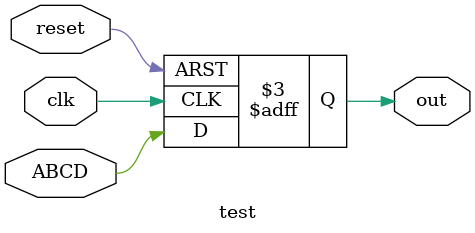
<source format=v>
module test(input  ABCD,  input clk,  reset, output reg out);
always @(posedge clk, negedge reset)
    if(!reset) out <= 1'b0;
	else out <= ABCD;
endmodule	

</source>
